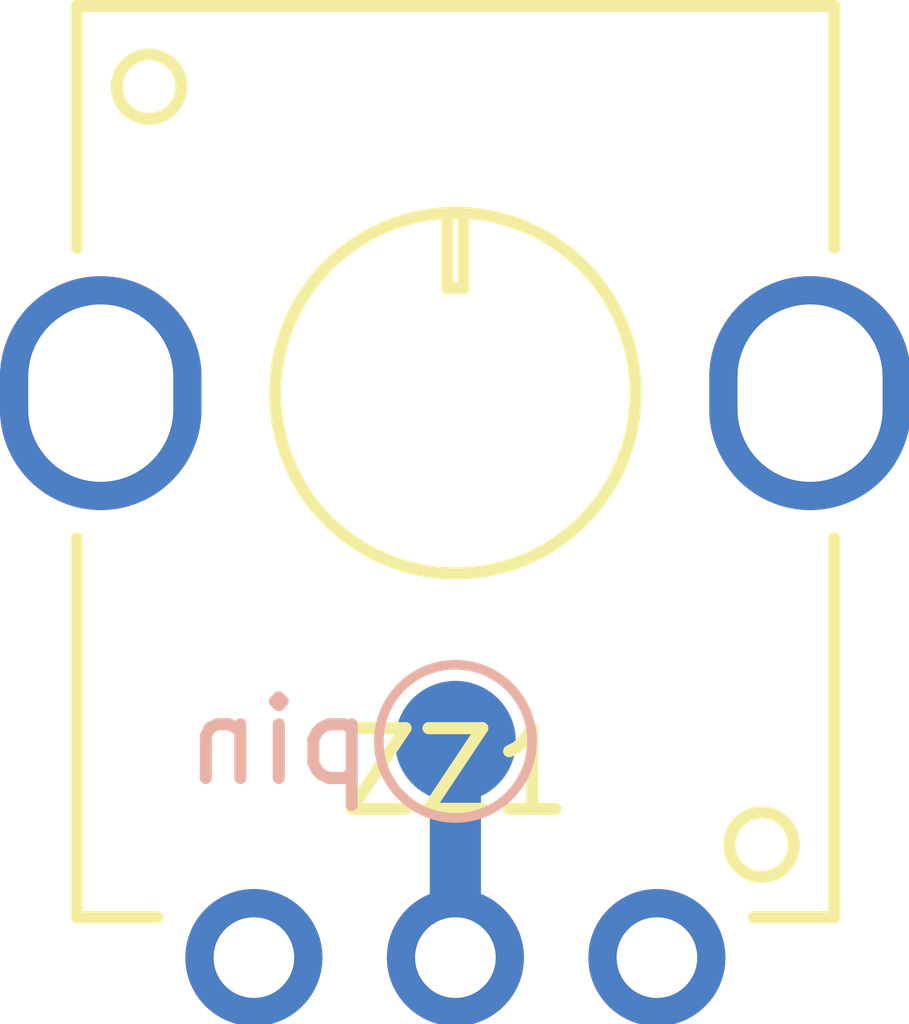
<source format=kicad_pcb>
(kicad_pcb (version 20171130) (host pcbnew "(5.1.9-0-10_14)")

  (general
    (thickness 1.6)
    (drawings 1)
    (tracks 1)
    (zones 0)
    (modules 2)
    (nets 4)
  )

  (page A4)
  (layers
    (0 F.Cu signal)
    (31 B.Cu signal)
    (32 B.Adhes user)
    (33 F.Adhes user)
    (34 B.Paste user)
    (35 F.Paste user)
    (36 B.SilkS user)
    (37 F.SilkS user)
    (38 B.Mask user)
    (39 F.Mask user)
    (40 Dwgs.User user)
    (41 Cmts.User user)
    (42 Eco1.User user)
    (43 Eco2.User user)
    (44 Edge.Cuts user)
    (45 Margin user)
    (46 B.CrtYd user hide)
    (47 F.CrtYd user hide)
    (48 B.Fab user hide)
    (49 F.Fab user hide)
  )

  (setup
    (last_trace_width 0.1524)
    (user_trace_width 0.1524)
    (user_trace_width 0.254)
    (user_trace_width 0.4064)
    (user_trace_width 0.635)
    (trace_clearance 0.1524)
    (zone_clearance 0.508)
    (zone_45_only no)
    (trace_min 0.1524)
    (via_size 0.6858)
    (via_drill 0.3048)
    (via_min_size 0.6858)
    (via_min_drill 0.3048)
    (uvia_size 0.3048)
    (uvia_drill 0.1524)
    (uvias_allowed no)
    (uvia_min_size 0.2)
    (uvia_min_drill 0.1)
    (edge_width 0.15)
    (segment_width 0.2)
    (pcb_text_width 0.3)
    (pcb_text_size 1.5 1.5)
    (mod_edge_width 0.15)
    (mod_text_size 1 1)
    (mod_text_width 0.15)
    (pad_size 1.7 1.7)
    (pad_drill 1)
    (pad_to_mask_clearance 0.2)
    (aux_axis_origin 0 0)
    (visible_elements FFFFFF7F)
    (pcbplotparams
      (layerselection 0x010fc_ffffffff)
      (usegerberextensions false)
      (usegerberattributes false)
      (usegerberadvancedattributes false)
      (creategerberjobfile false)
      (excludeedgelayer true)
      (linewidth 0.100000)
      (plotframeref false)
      (viasonmask false)
      (mode 1)
      (useauxorigin false)
      (hpglpennumber 1)
      (hpglpenspeed 20)
      (hpglpendiameter 15.000000)
      (psnegative false)
      (psa4output false)
      (plotreference true)
      (plotvalue true)
      (plotinvisibletext false)
      (padsonsilk false)
      (subtractmaskfromsilk false)
      (outputformat 1)
      (mirror false)
      (drillshape 1)
      (scaleselection 1)
      (outputdirectory ""))
  )

  (net 0 "")
  (net 1 +3V3)
  (net 2 GND)
  (net 3 "Net-(Pin0-Pad1)")

  (net_class Default "This is the default net class."
    (clearance 0.1524)
    (trace_width 0.1524)
    (via_dia 0.6858)
    (via_drill 0.3048)
    (uvia_dia 0.3048)
    (uvia_drill 0.1524)
    (diff_pair_width 0.1524)
    (diff_pair_gap 0.1524)
    (add_net +3V3)
    (add_net GND)
    (add_net "Net-(Pin0-Pad1)")
  )

  (module Potentiometer_Thonk:SongHueiTallTrim9 locked (layer F.Cu) (tedit 60CF9AEC) (tstamp 6089D55B)
    (at 0 0)
    (path /5FCAE65B)
    (fp_text reference ZZ1 (at 0 4.7) (layer F.SilkS)
      (effects (font (size 1 1) (thickness 0.15)))
    )
    (fp_text value 100k (at 0 10.1) (layer F.Fab)
      (effects (font (size 1 1) (thickness 0.15)))
    )
    (fp_line (start -4.7 -4.8) (end 4.7 -4.8) (layer F.SilkS) (width 0.15))
    (fp_line (start 4.7 -4.8) (end 4.7 -1.8) (layer F.SilkS) (width 0.15))
    (fp_line (start -4.7 -4.8) (end -4.7 -1.8) (layer F.SilkS) (width 0.15))
    (fp_line (start -4.7 6.5) (end -3.7 6.5) (layer F.SilkS) (width 0.15))
    (fp_line (start -4.7 1.8) (end -4.7 6.5) (layer F.SilkS) (width 0.15))
    (fp_line (start 4.7 1.8) (end 4.7 6.5) (layer F.SilkS) (width 0.15))
    (fp_line (start 3.7 6.5) (end 4.7 6.5) (layer F.SilkS) (width 0.15))
    (fp_circle (center -3.8 -3.8) (end -4.2 -3.8) (layer F.SilkS) (width 0.15))
    (fp_circle (center 3.8 5.6) (end 4.2 5.6) (layer F.SilkS) (width 0.15))
    (fp_circle (center 0 0) (end 2.2 0.4) (layer F.SilkS) (width 0.15))
    (fp_line (start 0.1 -1.3) (end 0.1 -2.2) (layer F.SilkS) (width 0.15))
    (fp_line (start -0.1 -1.3) (end 0.1 -1.3) (layer F.SilkS) (width 0.15))
    (fp_line (start -0.1 -2.2) (end -0.1 -1.3) (layer F.SilkS) (width 0.15))
    (pad "" thru_hole oval (at 4.4 0) (size 2.5 2.9) (drill oval 1.8 2.2) (layers *.Cu *.Mask))
    (pad 3 thru_hole oval (at 2.5 7) (size 1.7 1.7) (drill 1) (layers *.Cu *.Mask)
      (net 1 +3V3))
    (pad 2 thru_hole oval (at 0 7) (size 1.7 1.7) (drill 1) (layers *.Cu *.Mask)
      (net 3 "Net-(Pin0-Pad1)"))
    (pad 1 thru_hole oval (at -2.5 7) (size 1.7 1.7) (drill 1) (layers *.Cu *.Mask)
      (net 2 GND))
    (pad "" thru_hole oval (at -4.4 0) (size 2.5 2.9) (drill oval 1.8 2.2) (layers *.Cu *.Mask))
  )

  (module TestPoint:TestPoint_Pad_D1.5mm (layer B.Cu) (tedit 5A0F774F) (tstamp 60B93E24)
    (at 0 4.318)
    (descr "SMD pad as test Point, diameter 1.5mm")
    (tags "test point SMD pad")
    (path /60B967CE)
    (attr virtual)
    (fp_text reference Pin0 (at 0 1.648) (layer B.SilkS) hide
      (effects (font (size 1 1) (thickness 0.15)) (justify mirror))
    )
    (fp_text value TestPoint (at 0 -1.75) (layer B.Fab)
      (effects (font (size 1 1) (thickness 0.15)) (justify mirror))
    )
    (fp_circle (center 0 0) (end 0 -0.95) (layer B.SilkS) (width 0.12))
    (fp_circle (center 0 0) (end 1.25 0) (layer B.CrtYd) (width 0.05))
    (fp_text user %R (at 0 1.65) (layer B.Fab)
      (effects (font (size 1 1) (thickness 0.15)) (justify mirror))
    )
    (pad 1 smd circle (at 0 0) (size 1.5 1.5) (layers B.Cu B.Mask)
      (net 3 "Net-(Pin0-Pad1)"))
  )

  (gr_text pin (at -0.95 4.318) (layer B.SilkS) (tstamp 6089D5BA)
    (effects (font (size 1 1) (thickness 0.15)) (justify left mirror))
  )

  (segment (start 0 7) (end 0 4.318) (width 0.635) (layer B.Cu) (net 3))

)

</source>
